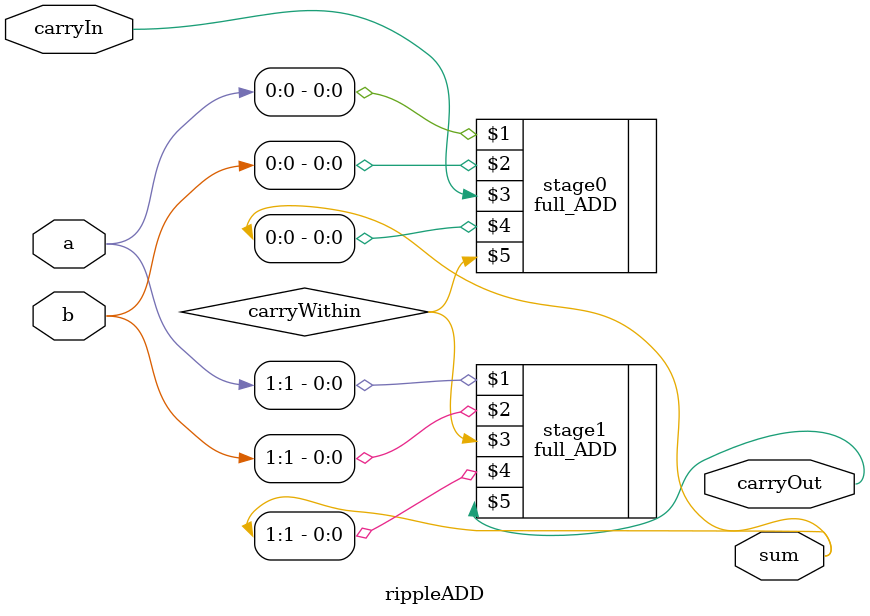
<source format=v>


`include "../fullADD/fullAdder.v"

module rippleADD(		//--------------------------
	input[1:0] a, b,	// var declaration
	input carryIn,		// note a,b, & sum are [1:0]
	output[1:0] sum,	//-------------------------
	output carryOut);

wire carryWithin;		// declare an internal "rippling" carry

// stage 1 and stage two of the ripple carry adder

full_ADD stage0(a[0], b[0], carryIn, sum[0], carryWithin); 
full_ADD stage1(a[1], b[1], carryWithin, sum[1], carryOut);

endmodule

</source>
